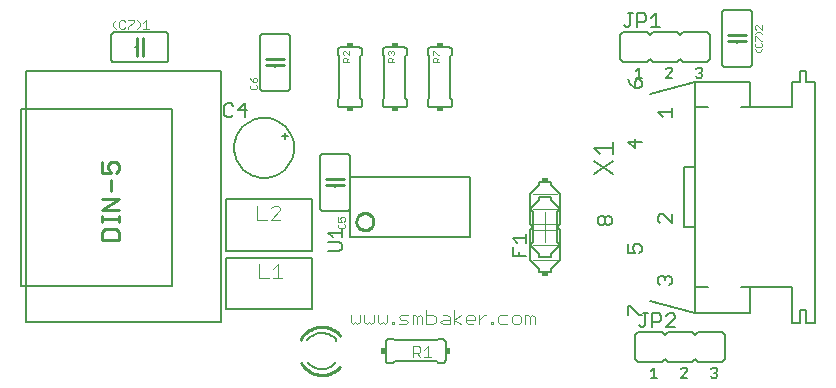
<source format=gto>
G75*
%MOIN*%
%OFA0B0*%
%FSLAX24Y24*%
%IPPOS*%
%LPD*%
%AMOC8*
5,1,8,0,0,1.08239X$1,22.5*
%
%ADD10C,0.0040*%
%ADD11C,0.0060*%
%ADD12C,0.0050*%
%ADD13C,0.0080*%
%ADD14C,0.0100*%
%ADD15R,0.0150X0.0200*%
%ADD16C,0.0070*%
%ADD17C,0.0030*%
%ADD18C,0.0020*%
%ADD19R,0.0200X0.0150*%
%ADD20R,0.0240X0.0140*%
D10*
X008199Y004017D02*
X008505Y004017D01*
X008659Y004017D02*
X008966Y004017D01*
X008812Y004017D02*
X008812Y004477D01*
X008659Y004324D01*
X008199Y004477D02*
X008199Y004017D01*
X011237Y002777D02*
X011237Y002547D01*
X011314Y002470D01*
X011391Y002547D01*
X011468Y002470D01*
X011544Y002547D01*
X011544Y002777D01*
X011698Y002777D02*
X011698Y002547D01*
X011775Y002470D01*
X011851Y002547D01*
X011928Y002470D01*
X012005Y002547D01*
X012005Y002777D01*
X012158Y002777D02*
X012158Y002547D01*
X012235Y002470D01*
X012312Y002547D01*
X012388Y002470D01*
X012465Y002547D01*
X012465Y002777D01*
X012619Y002547D02*
X012695Y002547D01*
X012695Y002470D01*
X012619Y002470D01*
X012619Y002547D01*
X012849Y002470D02*
X013079Y002470D01*
X013156Y002547D01*
X013079Y002623D01*
X012926Y002623D01*
X012849Y002700D01*
X012926Y002777D01*
X013156Y002777D01*
X013309Y002777D02*
X013386Y002777D01*
X013463Y002700D01*
X013539Y002777D01*
X013616Y002700D01*
X013616Y002470D01*
X013463Y002470D02*
X013463Y002700D01*
X013309Y002777D02*
X013309Y002470D01*
X013770Y002470D02*
X014000Y002470D01*
X014077Y002547D01*
X014077Y002700D01*
X014000Y002777D01*
X013770Y002777D01*
X013770Y002930D02*
X013770Y002470D01*
X014230Y002547D02*
X014307Y002470D01*
X014537Y002470D01*
X014537Y002700D01*
X014460Y002777D01*
X014307Y002777D01*
X014307Y002623D02*
X014537Y002623D01*
X014690Y002623D02*
X014921Y002777D01*
X015074Y002700D02*
X015074Y002547D01*
X015151Y002470D01*
X015304Y002470D01*
X015381Y002623D02*
X015074Y002623D01*
X015074Y002700D02*
X015151Y002777D01*
X015304Y002777D01*
X015381Y002700D01*
X015381Y002623D01*
X015534Y002623D02*
X015688Y002777D01*
X015765Y002777D01*
X015534Y002777D02*
X015534Y002470D01*
X015918Y002470D02*
X015995Y002470D01*
X015995Y002547D01*
X015918Y002547D01*
X015918Y002470D01*
X016148Y002547D02*
X016225Y002470D01*
X016455Y002470D01*
X016609Y002547D02*
X016685Y002470D01*
X016839Y002470D01*
X016916Y002547D01*
X016916Y002700D01*
X016839Y002777D01*
X016685Y002777D01*
X016609Y002700D01*
X016609Y002547D01*
X016455Y002777D02*
X016225Y002777D01*
X016148Y002700D01*
X016148Y002547D01*
X017069Y002470D02*
X017069Y002777D01*
X017146Y002777D01*
X017223Y002700D01*
X017299Y002777D01*
X017376Y002700D01*
X017376Y002470D01*
X017223Y002470D02*
X017223Y002700D01*
X014921Y002470D02*
X014690Y002623D01*
X014690Y002470D02*
X014690Y002930D01*
X014307Y002623D02*
X014230Y002547D01*
X013808Y001733D02*
X013808Y001382D01*
X013924Y001382D02*
X013691Y001382D01*
X013565Y001382D02*
X013448Y001499D01*
X013507Y001499D02*
X013332Y001499D01*
X013332Y001382D02*
X013332Y001733D01*
X013507Y001733D01*
X013565Y001674D01*
X013565Y001558D01*
X013507Y001499D01*
X013691Y001616D02*
X013808Y001733D01*
X008903Y005954D02*
X008596Y005954D01*
X008903Y006261D01*
X008903Y006338D01*
X008827Y006415D01*
X008673Y006415D01*
X008596Y006338D01*
X008136Y006415D02*
X008136Y005954D01*
X008443Y005954D01*
D11*
X010217Y006350D02*
X010217Y008050D01*
X010219Y008067D01*
X010223Y008084D01*
X010230Y008100D01*
X010240Y008114D01*
X010253Y008127D01*
X010267Y008137D01*
X010283Y008144D01*
X010300Y008148D01*
X010317Y008150D01*
X011117Y008150D01*
X011134Y008148D01*
X011151Y008144D01*
X011167Y008137D01*
X011181Y008127D01*
X011194Y008114D01*
X011204Y008100D01*
X011211Y008084D01*
X011215Y008067D01*
X011217Y008050D01*
X011217Y006350D01*
X011215Y006333D01*
X011211Y006316D01*
X011204Y006300D01*
X011194Y006286D01*
X011181Y006273D01*
X011167Y006263D01*
X011151Y006256D01*
X011134Y006252D01*
X011117Y006250D01*
X010317Y006250D01*
X010300Y006252D01*
X010283Y006256D01*
X010267Y006263D01*
X010253Y006273D01*
X010240Y006286D01*
X010230Y006300D01*
X010223Y006316D01*
X010219Y006333D01*
X010217Y006350D01*
X010717Y007050D02*
X010717Y007100D01*
X010717Y007300D02*
X010717Y007350D01*
X007355Y008347D02*
X007357Y008410D01*
X007363Y008472D01*
X007373Y008534D01*
X007386Y008596D01*
X007404Y008656D01*
X007425Y008715D01*
X007450Y008773D01*
X007479Y008829D01*
X007511Y008883D01*
X007546Y008935D01*
X007584Y008984D01*
X007626Y009032D01*
X007670Y009076D01*
X007718Y009118D01*
X007767Y009156D01*
X007819Y009191D01*
X007873Y009223D01*
X007929Y009252D01*
X007987Y009277D01*
X008046Y009298D01*
X008106Y009316D01*
X008168Y009329D01*
X008230Y009339D01*
X008292Y009345D01*
X008355Y009347D01*
X008418Y009345D01*
X008480Y009339D01*
X008542Y009329D01*
X008604Y009316D01*
X008664Y009298D01*
X008723Y009277D01*
X008781Y009252D01*
X008837Y009223D01*
X008891Y009191D01*
X008943Y009156D01*
X008992Y009118D01*
X009040Y009076D01*
X009084Y009032D01*
X009126Y008984D01*
X009164Y008935D01*
X009199Y008883D01*
X009231Y008829D01*
X009260Y008773D01*
X009285Y008715D01*
X009306Y008656D01*
X009324Y008596D01*
X009337Y008534D01*
X009347Y008472D01*
X009353Y008410D01*
X009355Y008347D01*
X009353Y008284D01*
X009347Y008222D01*
X009337Y008160D01*
X009324Y008098D01*
X009306Y008038D01*
X009285Y007979D01*
X009260Y007921D01*
X009231Y007865D01*
X009199Y007811D01*
X009164Y007759D01*
X009126Y007710D01*
X009084Y007662D01*
X009040Y007618D01*
X008992Y007576D01*
X008943Y007538D01*
X008891Y007503D01*
X008837Y007471D01*
X008781Y007442D01*
X008723Y007417D01*
X008664Y007396D01*
X008604Y007378D01*
X008542Y007365D01*
X008480Y007355D01*
X008418Y007349D01*
X008355Y007347D01*
X008292Y007349D01*
X008230Y007355D01*
X008168Y007365D01*
X008106Y007378D01*
X008046Y007396D01*
X007987Y007417D01*
X007929Y007442D01*
X007873Y007471D01*
X007819Y007503D01*
X007767Y007538D01*
X007718Y007576D01*
X007670Y007618D01*
X007626Y007662D01*
X007584Y007710D01*
X007546Y007759D01*
X007511Y007811D01*
X007479Y007865D01*
X007450Y007921D01*
X007425Y007979D01*
X007404Y008038D01*
X007386Y008098D01*
X007373Y008160D01*
X007363Y008222D01*
X007357Y008284D01*
X007355Y008347D01*
X008955Y008747D02*
X009155Y008747D01*
X009055Y008847D02*
X009055Y008647D01*
X010917Y009700D02*
X011517Y009700D01*
X011534Y009702D01*
X011551Y009706D01*
X011567Y009713D01*
X011581Y009723D01*
X011594Y009736D01*
X011604Y009750D01*
X011611Y009766D01*
X011615Y009783D01*
X011617Y009800D01*
X011617Y009950D01*
X011567Y010000D01*
X011567Y011400D01*
X011617Y011450D01*
X011617Y011600D01*
X011615Y011617D01*
X011611Y011634D01*
X011604Y011650D01*
X011594Y011664D01*
X011581Y011677D01*
X011567Y011687D01*
X011551Y011694D01*
X011534Y011698D01*
X011517Y011700D01*
X010917Y011700D01*
X010900Y011698D01*
X010883Y011694D01*
X010867Y011687D01*
X010853Y011677D01*
X010840Y011664D01*
X010830Y011650D01*
X010823Y011634D01*
X010819Y011617D01*
X010817Y011600D01*
X010817Y011450D01*
X010867Y011400D01*
X010867Y010000D01*
X010817Y009950D01*
X010817Y009800D01*
X010819Y009783D01*
X010823Y009766D01*
X010830Y009750D01*
X010840Y009736D01*
X010853Y009723D01*
X010867Y009713D01*
X010883Y009706D01*
X010900Y009702D01*
X010917Y009700D01*
X012317Y009800D02*
X012317Y009950D01*
X012367Y010000D01*
X012367Y011400D01*
X012317Y011450D01*
X012317Y011600D01*
X012319Y011617D01*
X012323Y011634D01*
X012330Y011650D01*
X012340Y011664D01*
X012353Y011677D01*
X012367Y011687D01*
X012383Y011694D01*
X012400Y011698D01*
X012417Y011700D01*
X013017Y011700D01*
X013034Y011698D01*
X013051Y011694D01*
X013067Y011687D01*
X013081Y011677D01*
X013094Y011664D01*
X013104Y011650D01*
X013111Y011634D01*
X013115Y011617D01*
X013117Y011600D01*
X013117Y011450D01*
X013067Y011400D01*
X013067Y010000D01*
X013117Y009950D01*
X013117Y009800D01*
X013115Y009783D01*
X013111Y009766D01*
X013104Y009750D01*
X013094Y009736D01*
X013081Y009723D01*
X013067Y009713D01*
X013051Y009706D01*
X013034Y009702D01*
X013017Y009700D01*
X012417Y009700D01*
X012400Y009702D01*
X012383Y009706D01*
X012367Y009713D01*
X012353Y009723D01*
X012340Y009736D01*
X012330Y009750D01*
X012323Y009766D01*
X012319Y009783D01*
X012317Y009800D01*
X013817Y009800D02*
X013817Y009950D01*
X013867Y010000D01*
X013867Y011400D01*
X013817Y011450D01*
X013817Y011600D01*
X013819Y011617D01*
X013823Y011634D01*
X013830Y011650D01*
X013840Y011664D01*
X013853Y011677D01*
X013867Y011687D01*
X013883Y011694D01*
X013900Y011698D01*
X013917Y011700D01*
X014517Y011700D01*
X014534Y011698D01*
X014551Y011694D01*
X014567Y011687D01*
X014581Y011677D01*
X014594Y011664D01*
X014604Y011650D01*
X014611Y011634D01*
X014615Y011617D01*
X014617Y011600D01*
X014617Y011450D01*
X014567Y011400D01*
X014567Y010000D01*
X014617Y009950D01*
X014617Y009800D01*
X014615Y009783D01*
X014611Y009766D01*
X014604Y009750D01*
X014594Y009736D01*
X014581Y009723D01*
X014567Y009713D01*
X014551Y009706D01*
X014534Y009702D01*
X014517Y009700D01*
X013917Y009700D01*
X013900Y009702D01*
X013883Y009706D01*
X013867Y009713D01*
X013853Y009723D01*
X013840Y009736D01*
X013830Y009750D01*
X013823Y009766D01*
X013819Y009783D01*
X013817Y009800D01*
X009217Y010350D02*
X009217Y012050D01*
X009215Y012067D01*
X009211Y012084D01*
X009204Y012100D01*
X009194Y012114D01*
X009181Y012127D01*
X009167Y012137D01*
X009151Y012144D01*
X009134Y012148D01*
X009117Y012150D01*
X008317Y012150D01*
X008300Y012148D01*
X008283Y012144D01*
X008267Y012137D01*
X008253Y012127D01*
X008240Y012114D01*
X008230Y012100D01*
X008223Y012084D01*
X008219Y012067D01*
X008217Y012050D01*
X008217Y010350D01*
X008219Y010333D01*
X008223Y010316D01*
X008230Y010300D01*
X008240Y010286D01*
X008253Y010273D01*
X008267Y010263D01*
X008283Y010256D01*
X008300Y010252D01*
X008317Y010250D01*
X009117Y010250D01*
X009134Y010252D01*
X009151Y010256D01*
X009167Y010263D01*
X009181Y010273D01*
X009194Y010286D01*
X009204Y010300D01*
X009211Y010316D01*
X009215Y010333D01*
X009217Y010350D01*
X008717Y011050D02*
X008717Y011100D01*
X008717Y011300D02*
X008717Y011350D01*
X005167Y011300D02*
X005167Y012100D01*
X005165Y012117D01*
X005161Y012134D01*
X005154Y012150D01*
X005144Y012164D01*
X005131Y012177D01*
X005117Y012187D01*
X005101Y012194D01*
X005084Y012198D01*
X005067Y012200D01*
X003367Y012200D01*
X003350Y012198D01*
X003333Y012194D01*
X003317Y012187D01*
X003303Y012177D01*
X003290Y012164D01*
X003280Y012150D01*
X003273Y012134D01*
X003269Y012117D01*
X003267Y012100D01*
X003267Y011300D01*
X003269Y011283D01*
X003273Y011266D01*
X003280Y011250D01*
X003290Y011236D01*
X003303Y011223D01*
X003317Y011213D01*
X003333Y011206D01*
X003350Y011202D01*
X003367Y011200D01*
X005067Y011200D01*
X005084Y011202D01*
X005101Y011206D01*
X005117Y011213D01*
X005131Y011223D01*
X005144Y011236D01*
X005154Y011250D01*
X005161Y011266D01*
X005165Y011283D01*
X005167Y011300D01*
X004367Y011700D02*
X004317Y011700D01*
X004117Y011700D02*
X004067Y011700D01*
X017217Y006800D02*
X017217Y006300D01*
X017317Y006200D01*
X017317Y005200D01*
X017217Y005100D01*
X017217Y004600D01*
X017517Y004300D01*
X017517Y004200D01*
X017917Y004200D01*
X017917Y004300D01*
X018217Y004600D01*
X018217Y005100D01*
X018117Y005200D01*
X018117Y006200D01*
X018217Y006300D01*
X018217Y006800D01*
X017917Y007100D01*
X017917Y007200D01*
X017517Y007200D01*
X017517Y007100D01*
X017217Y006800D01*
X017517Y006700D02*
X017517Y006600D01*
X017217Y006300D01*
X017217Y005800D01*
X017317Y005700D01*
X017217Y005600D01*
X017217Y005100D01*
X017517Y004800D01*
X017517Y004700D01*
X017917Y004700D01*
X017917Y004800D01*
X018217Y005100D01*
X018217Y005600D01*
X018117Y005700D01*
X018217Y005800D01*
X018217Y006300D01*
X017917Y006600D01*
X017917Y006700D01*
X017517Y006700D01*
X022367Y005700D02*
X022367Y007700D01*
X022717Y007700D01*
X022717Y009700D01*
X023167Y009700D01*
X022717Y009700D02*
X022717Y010550D01*
X024567Y010550D01*
X024567Y009700D01*
X024267Y009700D01*
X024567Y009700D02*
X025967Y009700D01*
X025967Y010550D01*
X026217Y010550D01*
X026217Y010900D01*
X026417Y010900D01*
X026417Y010550D01*
X026717Y010550D01*
X026717Y002500D01*
X026417Y002500D01*
X026417Y002950D01*
X026217Y002950D01*
X026217Y002500D01*
X025967Y002500D01*
X025967Y003700D01*
X024567Y003700D01*
X024267Y003700D01*
X024567Y003700D02*
X024567Y002850D01*
X022717Y002850D01*
X022717Y003700D01*
X023167Y003700D01*
X022717Y003700D02*
X022717Y005700D01*
X022367Y005700D01*
X022717Y005700D02*
X022717Y007700D01*
X022717Y010550D02*
X021217Y010150D01*
X021117Y011200D02*
X020317Y011200D01*
X020217Y011300D01*
X020217Y012100D01*
X020317Y012200D01*
X021117Y012200D01*
X021217Y012100D01*
X021317Y012200D01*
X022117Y012200D01*
X022217Y012100D01*
X022317Y012200D01*
X023117Y012200D01*
X023217Y012100D01*
X023217Y011300D01*
X023117Y011200D01*
X022317Y011200D01*
X022217Y011300D01*
X022117Y011200D01*
X021317Y011200D01*
X021217Y011300D01*
X021117Y011200D01*
X023617Y011150D02*
X023617Y012850D01*
X023619Y012867D01*
X023623Y012884D01*
X023630Y012900D01*
X023640Y012914D01*
X023653Y012927D01*
X023667Y012937D01*
X023683Y012944D01*
X023700Y012948D01*
X023717Y012950D01*
X024517Y012950D01*
X024534Y012948D01*
X024551Y012944D01*
X024567Y012937D01*
X024581Y012927D01*
X024594Y012914D01*
X024604Y012900D01*
X024611Y012884D01*
X024615Y012867D01*
X024617Y012850D01*
X024617Y011150D01*
X024615Y011133D01*
X024611Y011116D01*
X024604Y011100D01*
X024594Y011086D01*
X024581Y011073D01*
X024567Y011063D01*
X024551Y011056D01*
X024534Y011052D01*
X024517Y011050D01*
X023717Y011050D01*
X023700Y011052D01*
X023683Y011056D01*
X023667Y011063D01*
X023653Y011073D01*
X023640Y011086D01*
X023630Y011100D01*
X023623Y011116D01*
X023619Y011133D01*
X023617Y011150D01*
X024117Y011850D02*
X024117Y011900D01*
X024117Y012100D02*
X024117Y012150D01*
X021217Y003250D02*
X022717Y002850D01*
X022617Y002200D02*
X021817Y002200D01*
X021717Y002100D01*
X021617Y002200D01*
X020817Y002200D01*
X020717Y002100D01*
X020717Y001300D01*
X020817Y001200D01*
X021617Y001200D01*
X021717Y001300D01*
X021817Y001200D01*
X022617Y001200D01*
X022717Y001300D01*
X022817Y001200D01*
X023617Y001200D01*
X023717Y001300D01*
X023717Y002100D01*
X023617Y002200D01*
X022817Y002200D01*
X022717Y002100D01*
X022617Y002200D01*
X014405Y001875D02*
X014405Y001275D01*
X014403Y001258D01*
X014399Y001241D01*
X014392Y001225D01*
X014382Y001211D01*
X014369Y001198D01*
X014355Y001188D01*
X014339Y001181D01*
X014322Y001177D01*
X014305Y001175D01*
X014155Y001175D01*
X014105Y001225D01*
X012705Y001225D01*
X012655Y001175D01*
X012505Y001175D01*
X012488Y001177D01*
X012471Y001181D01*
X012455Y001188D01*
X012441Y001198D01*
X012428Y001211D01*
X012418Y001225D01*
X012411Y001241D01*
X012407Y001258D01*
X012405Y001275D01*
X012405Y001875D01*
X012407Y001892D01*
X012411Y001909D01*
X012418Y001925D01*
X012428Y001939D01*
X012441Y001952D01*
X012455Y001962D01*
X012471Y001969D01*
X012488Y001973D01*
X012505Y001975D01*
X012655Y001975D01*
X012705Y001925D01*
X014105Y001925D01*
X014155Y001975D01*
X014305Y001975D01*
X014322Y001973D01*
X014339Y001969D01*
X014355Y001962D01*
X014369Y001952D01*
X014382Y001939D01*
X014392Y001925D01*
X014399Y001909D01*
X014403Y001892D01*
X014405Y001875D01*
X010280Y000975D02*
X010235Y000977D01*
X010189Y000982D01*
X010145Y000990D01*
X010101Y001002D01*
X010058Y001018D01*
X010016Y001036D01*
X009976Y001058D01*
X009938Y001082D01*
X009902Y001109D01*
X009867Y001139D01*
X009836Y001172D01*
X009806Y001207D01*
X010280Y002175D02*
X010327Y002173D01*
X010375Y002167D01*
X010421Y002158D01*
X010467Y002145D01*
X010511Y002129D01*
X010555Y002108D01*
X010596Y002085D01*
X010635Y002059D01*
X010672Y002029D01*
X010707Y001996D01*
X010739Y001961D01*
X010768Y001924D01*
X010280Y002175D02*
X010234Y002173D01*
X010188Y002168D01*
X010142Y002159D01*
X010097Y002147D01*
X010054Y002131D01*
X010012Y002112D01*
X009971Y002089D01*
X009932Y002064D01*
X009896Y002036D01*
X009861Y002005D01*
X009829Y001971D01*
X009800Y001935D01*
X010280Y000975D02*
X010325Y000977D01*
X010371Y000982D01*
X010415Y000990D01*
X010459Y001002D01*
X010502Y001018D01*
X010544Y001036D01*
X010584Y001058D01*
X010622Y001082D01*
X010658Y001109D01*
X010693Y001139D01*
X010724Y001172D01*
X010754Y001207D01*
D12*
X016642Y004725D02*
X016642Y005025D01*
X016792Y005185D02*
X016642Y005335D01*
X017092Y005335D01*
X017092Y005185D02*
X017092Y005486D01*
X016867Y004875D02*
X016867Y004725D01*
X017092Y004725D02*
X016642Y004725D01*
X019492Y005850D02*
X019492Y006000D01*
X019567Y006075D01*
X019642Y006075D01*
X019717Y006000D01*
X019717Y005850D01*
X019642Y005775D01*
X019567Y005775D01*
X019492Y005850D01*
X019717Y005850D02*
X019792Y005775D01*
X019867Y005775D01*
X019942Y005850D01*
X019942Y006000D01*
X019867Y006075D01*
X019792Y006075D01*
X019717Y006000D01*
X020492Y005125D02*
X020492Y004825D01*
X020717Y004825D01*
X020642Y004975D01*
X020642Y005050D01*
X020717Y005125D01*
X020867Y005125D01*
X020942Y005050D01*
X020942Y004900D01*
X020867Y004825D01*
X021567Y004075D02*
X021642Y004075D01*
X021717Y004000D01*
X021792Y004075D01*
X021867Y004075D01*
X021942Y004000D01*
X021942Y003850D01*
X021867Y003775D01*
X021717Y003925D02*
X021717Y004000D01*
X021567Y004075D02*
X021492Y004000D01*
X021492Y003850D01*
X021567Y003775D01*
X020567Y003075D02*
X020867Y002775D01*
X020942Y002775D01*
X020993Y002825D02*
X021143Y002825D01*
X021068Y002825D02*
X021068Y002450D01*
X020993Y002375D01*
X020918Y002375D01*
X020842Y002450D01*
X021303Y002375D02*
X021303Y002825D01*
X021528Y002825D01*
X021603Y002750D01*
X021603Y002600D01*
X021528Y002525D01*
X021303Y002525D01*
X021763Y002375D02*
X022063Y002675D01*
X022063Y002750D01*
X021988Y002825D01*
X021838Y002825D01*
X021763Y002750D01*
X021763Y002375D02*
X022063Y002375D01*
X020492Y002775D02*
X020492Y003075D01*
X020567Y003075D01*
X021356Y001015D02*
X021356Y000675D01*
X021469Y000675D02*
X021242Y000675D01*
X021242Y000902D02*
X021356Y001015D01*
X022242Y000959D02*
X022299Y001015D01*
X022413Y001015D01*
X022469Y000959D01*
X022469Y000902D01*
X022242Y000675D01*
X022469Y000675D01*
X023242Y000732D02*
X023299Y000675D01*
X023413Y000675D01*
X023469Y000732D01*
X023469Y000788D01*
X023413Y000845D01*
X023356Y000845D01*
X023413Y000845D02*
X023469Y000902D01*
X023469Y000959D01*
X023413Y001015D01*
X023299Y001015D01*
X023242Y000959D01*
X021942Y005825D02*
X021642Y006125D01*
X021567Y006125D01*
X021492Y006050D01*
X021492Y005900D01*
X021567Y005825D01*
X021942Y005825D02*
X021942Y006125D01*
X020717Y008325D02*
X020717Y008625D01*
X020492Y008550D02*
X020717Y008325D01*
X020942Y008550D02*
X020492Y008550D01*
X021492Y009525D02*
X021642Y009375D01*
X021492Y009525D02*
X021942Y009525D01*
X021942Y009375D02*
X021942Y009675D01*
X020942Y010400D02*
X020867Y010325D01*
X020717Y010325D01*
X020717Y010550D01*
X020792Y010625D01*
X020867Y010625D01*
X020942Y010550D01*
X020942Y010400D01*
X020717Y010325D02*
X020567Y010475D01*
X020492Y010625D01*
X020742Y010675D02*
X020969Y010675D01*
X020856Y010675D02*
X020856Y011015D01*
X020742Y010902D01*
X021742Y010959D02*
X021799Y011015D01*
X021913Y011015D01*
X021969Y010959D01*
X021969Y010902D01*
X021742Y010675D01*
X021969Y010675D01*
X022742Y010732D02*
X022799Y010675D01*
X022913Y010675D01*
X022969Y010732D01*
X022969Y010788D01*
X022913Y010845D01*
X022856Y010845D01*
X022913Y010845D02*
X022969Y010902D01*
X022969Y010959D01*
X022913Y011015D01*
X022799Y011015D01*
X022742Y010959D01*
X021563Y012375D02*
X021263Y012375D01*
X021413Y012375D02*
X021413Y012825D01*
X021263Y012675D01*
X021103Y012600D02*
X021028Y012525D01*
X020803Y012525D01*
X020803Y012375D02*
X020803Y012825D01*
X021028Y012825D01*
X021103Y012750D01*
X021103Y012600D01*
X020643Y012825D02*
X020493Y012825D01*
X020568Y012825D02*
X020568Y012450D01*
X020493Y012375D01*
X020418Y012375D01*
X020342Y012450D01*
X007792Y009600D02*
X007492Y009600D01*
X007717Y009825D01*
X007717Y009375D01*
X007332Y009450D02*
X007257Y009375D01*
X007107Y009375D01*
X007032Y009450D01*
X007032Y009750D01*
X007107Y009825D01*
X007257Y009825D01*
X007332Y009750D01*
X010942Y005673D02*
X010942Y005373D01*
X010942Y005523D02*
X010492Y005523D01*
X010642Y005373D01*
X010492Y005213D02*
X010867Y005213D01*
X010942Y005138D01*
X010942Y004988D01*
X010867Y004912D01*
X010492Y004912D01*
D13*
X006906Y002554D02*
X000417Y002554D01*
X000417Y010900D01*
X006906Y010900D01*
X006906Y002554D01*
X007093Y002959D02*
X007093Y004691D01*
X009967Y004691D01*
X009967Y002959D01*
X007093Y002959D01*
X005296Y003747D02*
X005296Y009653D01*
X000257Y009653D01*
X000257Y003747D01*
X005296Y003747D01*
X007093Y004896D02*
X007093Y006629D01*
X009967Y006629D01*
X009967Y004896D01*
X007093Y004896D01*
X011217Y005387D02*
X011217Y005787D01*
X011217Y005987D01*
X011217Y005787D02*
X011217Y007387D01*
X015217Y007387D01*
X015217Y005387D01*
X011217Y005387D01*
D14*
X011434Y005887D02*
X011436Y005920D01*
X011442Y005953D01*
X011452Y005986D01*
X011465Y006016D01*
X011482Y006045D01*
X011503Y006072D01*
X011526Y006096D01*
X011552Y006117D01*
X011580Y006135D01*
X011611Y006149D01*
X011642Y006160D01*
X011675Y006167D01*
X011709Y006170D01*
X011742Y006169D01*
X011775Y006164D01*
X011808Y006155D01*
X011839Y006142D01*
X011868Y006126D01*
X011895Y006107D01*
X011920Y006084D01*
X011942Y006059D01*
X011961Y006031D01*
X011976Y006001D01*
X011988Y005970D01*
X011996Y005937D01*
X012000Y005904D01*
X012000Y005870D01*
X011996Y005837D01*
X011988Y005804D01*
X011976Y005773D01*
X011961Y005743D01*
X011942Y005715D01*
X011920Y005690D01*
X011895Y005667D01*
X011868Y005648D01*
X011839Y005632D01*
X011808Y005619D01*
X011775Y005610D01*
X011742Y005605D01*
X011709Y005604D01*
X011675Y005607D01*
X011642Y005614D01*
X011611Y005625D01*
X011580Y005639D01*
X011552Y005657D01*
X011526Y005678D01*
X011503Y005702D01*
X011482Y005729D01*
X011465Y005758D01*
X011452Y005788D01*
X011442Y005821D01*
X011436Y005854D01*
X011434Y005887D01*
X011017Y007100D02*
X010717Y007100D01*
X010417Y007100D01*
X010417Y007300D02*
X010717Y007300D01*
X011017Y007300D01*
X003520Y007593D02*
X003426Y007500D01*
X003520Y007593D02*
X003520Y007780D01*
X003426Y007873D01*
X003239Y007873D01*
X003146Y007780D01*
X003146Y007687D01*
X003239Y007500D01*
X002959Y007500D01*
X002959Y007873D01*
X003239Y007266D02*
X003239Y006892D01*
X002959Y006658D02*
X003520Y006658D01*
X002959Y006284D01*
X003520Y006284D01*
X003520Y006066D02*
X003520Y005879D01*
X003520Y005973D02*
X002959Y005973D01*
X002959Y006066D02*
X002959Y005879D01*
X003053Y005645D02*
X002959Y005552D01*
X002959Y005271D01*
X003520Y005271D01*
X003520Y005552D01*
X003426Y005645D01*
X003053Y005645D01*
X009585Y001178D02*
X009615Y001130D01*
X009648Y001085D01*
X009684Y001042D01*
X009722Y001001D01*
X009764Y000964D01*
X009808Y000929D01*
X009854Y000898D01*
X009903Y000869D01*
X009953Y000845D01*
X010005Y000824D01*
X010059Y000806D01*
X010113Y000793D01*
X010168Y000783D01*
X010224Y000777D01*
X010280Y000775D01*
X009574Y001951D02*
X009601Y001998D01*
X009631Y002043D01*
X009664Y002086D01*
X009700Y002126D01*
X009739Y002164D01*
X009780Y002199D01*
X009823Y002232D01*
X009868Y002261D01*
X009916Y002287D01*
X009965Y002310D01*
X010015Y002330D01*
X010066Y002346D01*
X010119Y002359D01*
X010172Y002368D01*
X010226Y002373D01*
X010280Y002375D01*
X010891Y001058D02*
X010855Y001019D01*
X010816Y000981D01*
X010776Y000947D01*
X010733Y000915D01*
X010688Y000887D01*
X010641Y000861D01*
X010592Y000838D01*
X010542Y000819D01*
X010491Y000803D01*
X010439Y000791D01*
X010387Y000782D01*
X010333Y000777D01*
X010280Y000775D01*
X010895Y002087D02*
X010859Y002127D01*
X010820Y002165D01*
X010779Y002200D01*
X010736Y002232D01*
X010691Y002262D01*
X010644Y002288D01*
X010595Y002310D01*
X010544Y002330D01*
X010493Y002346D01*
X010441Y002359D01*
X010387Y002368D01*
X010334Y002373D01*
X010280Y002375D01*
X009017Y011100D02*
X008717Y011100D01*
X008417Y011100D01*
X008417Y011300D02*
X008717Y011300D01*
X009017Y011300D01*
X004317Y011400D02*
X004317Y011700D01*
X004317Y012000D01*
X004117Y012000D02*
X004117Y011700D01*
X004117Y011400D01*
X023817Y011900D02*
X024117Y011900D01*
X024417Y011900D01*
X024417Y012100D02*
X024117Y012100D01*
X023817Y012100D01*
D15*
X014480Y001575D03*
X012330Y001575D03*
D16*
X019352Y007485D02*
X019982Y007905D01*
X019982Y008130D02*
X019982Y008550D01*
X019982Y008340D02*
X019352Y008340D01*
X019562Y008130D01*
X019352Y007905D02*
X019982Y007485D01*
D17*
X014192Y011215D02*
X013982Y011215D01*
X013982Y011320D01*
X014017Y011355D01*
X014087Y011355D01*
X014122Y011320D01*
X014122Y011215D01*
X014122Y011285D02*
X014192Y011355D01*
X014192Y011436D02*
X014157Y011436D01*
X014017Y011576D01*
X013982Y011576D01*
X013982Y011436D01*
X012692Y011471D02*
X012657Y011436D01*
X012692Y011471D02*
X012692Y011541D01*
X012657Y011576D01*
X012622Y011576D01*
X012587Y011541D01*
X012587Y011506D01*
X012587Y011541D02*
X012552Y011576D01*
X012517Y011576D01*
X012482Y011541D01*
X012482Y011471D01*
X012517Y011436D01*
X012517Y011355D02*
X012587Y011355D01*
X012622Y011320D01*
X012622Y011215D01*
X012622Y011285D02*
X012692Y011355D01*
X012692Y011215D02*
X012482Y011215D01*
X012482Y011320D01*
X012517Y011355D01*
X011192Y011355D02*
X011122Y011285D01*
X011122Y011320D02*
X011122Y011215D01*
X011192Y011215D02*
X010982Y011215D01*
X010982Y011320D01*
X011017Y011355D01*
X011087Y011355D01*
X011122Y011320D01*
X011192Y011436D02*
X011052Y011576D01*
X011017Y011576D01*
X010982Y011541D01*
X010982Y011471D01*
X011017Y011436D01*
X011192Y011436D02*
X011192Y011576D01*
X004508Y012315D02*
X004315Y012315D01*
X004411Y012315D02*
X004411Y012605D01*
X004315Y012508D01*
X004215Y012508D02*
X004215Y012412D01*
X004118Y012315D01*
X004017Y012557D02*
X003824Y012363D01*
X003824Y012315D01*
X003722Y012363D02*
X003674Y012315D01*
X003577Y012315D01*
X003529Y012363D01*
X003529Y012557D01*
X003577Y012605D01*
X003674Y012605D01*
X003722Y012557D01*
X003824Y012605D02*
X004017Y012605D01*
X004017Y012557D01*
X004118Y012605D02*
X004215Y012508D01*
X003429Y012605D02*
X003332Y012508D01*
X003332Y012412D01*
X003429Y012315D01*
D18*
X007887Y010678D02*
X007924Y010604D01*
X007997Y010531D01*
X007997Y010641D01*
X008034Y010678D01*
X008071Y010678D01*
X008107Y010641D01*
X008107Y010568D01*
X008071Y010531D01*
X007997Y010531D01*
X007924Y010457D02*
X007887Y010420D01*
X007887Y010347D01*
X007924Y010310D01*
X008071Y010310D01*
X008107Y010347D01*
X008107Y010420D01*
X008071Y010457D01*
X010827Y006036D02*
X010827Y005889D01*
X010937Y005889D01*
X010901Y005962D01*
X010901Y005999D01*
X010937Y006036D01*
X011011Y006036D01*
X011047Y005999D01*
X011047Y005926D01*
X011011Y005889D01*
X011011Y005815D02*
X011047Y005778D01*
X011047Y005705D01*
X011011Y005668D01*
X010864Y005668D01*
X010827Y005705D01*
X010827Y005778D01*
X010864Y005815D01*
X017317Y005800D02*
X018117Y005800D01*
X018117Y005600D02*
X017317Y005600D01*
X017717Y005200D02*
X017717Y006200D01*
X017317Y006300D02*
X018117Y006300D01*
X017317Y006300D01*
X017317Y006800D02*
X018117Y006800D01*
X018117Y005100D02*
X017317Y005100D01*
X018117Y005100D01*
X018117Y004600D02*
X017317Y004600D01*
X024727Y011626D02*
X024801Y011552D01*
X024874Y011552D01*
X024947Y011626D01*
X024911Y011700D02*
X024947Y011736D01*
X024947Y011810D01*
X024911Y011846D01*
X024911Y011921D02*
X024947Y011921D01*
X024911Y011921D02*
X024764Y012067D01*
X024727Y012067D01*
X024727Y011921D01*
X024764Y011846D02*
X024727Y011810D01*
X024727Y011736D01*
X024764Y011700D01*
X024911Y011700D01*
X024947Y012142D02*
X024874Y012215D01*
X024801Y012215D01*
X024727Y012142D01*
X024764Y012289D02*
X024727Y012326D01*
X024727Y012399D01*
X024764Y012436D01*
X024801Y012436D01*
X024947Y012289D01*
X024947Y012436D01*
D19*
X014217Y011775D03*
X012717Y011775D03*
X011217Y011775D03*
X011217Y009625D03*
X012717Y009625D03*
X014217Y009625D03*
D20*
X017717Y007270D03*
X017717Y004130D03*
M02*

</source>
